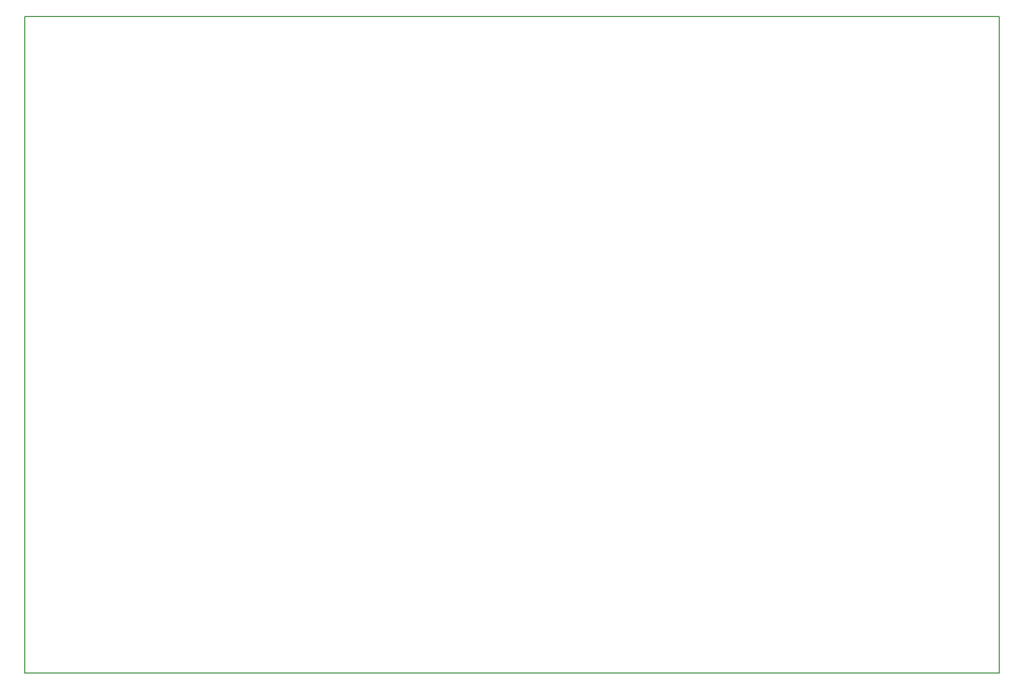
<source format=gm1>
G04 #@! TF.FileFunction,Profile,NP*
%FSLAX46Y46*%
G04 Gerber Fmt 4.6, Leading zero omitted, Abs format (unit mm)*
G04 Created by KiCad (PCBNEW 4.0.5) date 03/10/17 20:55:59*
%MOMM*%
%LPD*%
G01*
G04 APERTURE LIST*
%ADD10C,0.100000*%
%ADD11C,0.150000*%
G04 APERTURE END LIST*
D10*
D11*
X218440000Y-27940000D02*
X218440000Y-31750000D01*
X58420000Y-27940000D02*
X218440000Y-27940000D01*
X58420000Y-31750000D02*
X58420000Y-27940000D01*
X58420000Y-31750000D02*
X58420000Y-39370000D01*
X218440000Y-39370000D02*
X218440000Y-31750000D01*
X58420000Y-132080000D02*
X58420000Y-135890000D01*
X218440000Y-135890000D02*
X218440000Y-132080000D01*
X58420000Y-135890000D02*
X218440000Y-135890000D01*
X218440000Y-39370000D02*
X218440000Y-132080000D01*
X58420000Y-39370000D02*
X58420000Y-55880000D01*
X58420000Y-119380000D02*
X58420000Y-132080000D01*
X58420000Y-55880000D02*
X58420000Y-119380000D01*
M02*

</source>
